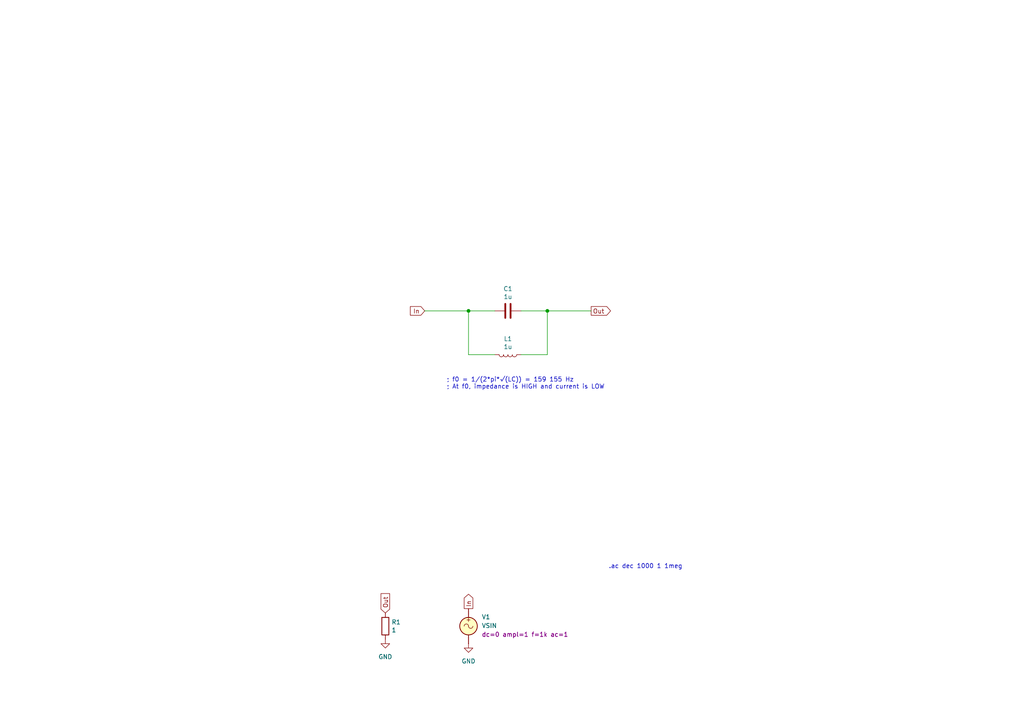
<source format=kicad_sch>
(kicad_sch (version 20231120) (generator "eeschema") (generator_version "8.0")
  (paper "A4")
  (title_block (title "LC Parallell resonance") (date "2024-05-27") (rev "2") (company "GitHub/OJStuff"))
  (lib_symbols
    (symbol "Device:C" (pin_numbers hide) (pin_names (offset 0.254))
      (property "Reference" "C" (at 0.635 2.54 0))
      (property "Value" "C" (at 0.635 -2.54 0))
      (symbol "C_0_1"
        (polyline (pts (xy -2.032 -0.762) (xy 2.032 -0.762)) (stroke (width 0.508)))
        (polyline (pts (xy -2.032 0.762) (xy 2.032 0.762)) (stroke (width 0.508)))
      )
      (symbol "C_1_1"
        (pin passive line (at 0 3.81 270) (length 2.794) (name "~") (number "1"))
        (pin passive line (at 0 -3.81 90) (length 2.794) (name "~") (number "2"))
      )
    )
    (symbol "Device:L" (pin_numbers hide) (pin_names (offset 1.016) hide)
      (property "Reference" "L" (at -1.27 0 90))
      (property "Value" "L" (at 1.905 0 90))
      (symbol "L_0_1"
        (arc (start 0 -2.54) (mid 0.6323 -1.905) (end 0 -1.27))
        (arc (start 0 -1.27) (mid 0.6323 -0.635) (end 0 0))
        (arc (start 0 0) (mid 0.6323 0.635) (end 0 1.27))
        (arc (start 0 1.27) (mid 0.6323 1.905) (end 0 2.54))
      )
      (symbol "L_1_1"
        (pin passive line (at 0 3.81 270) (length 1.27) (name "1") (number "1"))
        (pin passive line (at 0 -3.81 90) (length 1.27) (name "2") (number "2"))
      )
    )
    (symbol "Device:R" (pin_numbers hide) (pin_names (offset 0))
      (property "Reference" "R" (at 2.032 0 90))
      (property "Value" "R" (at 0 0 90))
      (symbol "R_0_1"
        (rectangle (start -1.016 -2.54) (end 1.016 2.54) (stroke (width 0.254)))
      )
      (symbol "R_1_1"
        (pin passive line (at 0 3.81 270) (length 1.27) (name "~") (number "1"))
        (pin passive line (at 0 -3.81 90) (length 1.27) (name "~") (number "2"))
      )
    )
    (symbol "Simulation_SPICE:VSIN" (pin_numbers hide) (pin_names (offset 0.0254))
      (property "Reference" "V" (at 2.54 2.54 0))
      (property "Value" "VSIN" (at 2.54 0 0))
      (property "Sim.Params" "dc=0 ampl=1 f=1k ac=1" (at 2.54 -2.54 0))
      (symbol "VSIN_0_0"
        (arc (start 0 0) (mid -0.635 0.6323) (end -1.27 0))
        (arc (start 0 0) (mid 0.635 -0.6323) (end 1.27 0))
        (text "+" (at 0 1.905 0) (effects (font (size 1.27 1.27))))
      )
      (symbol "VSIN_0_1"
        (circle (center 0 0) (radius 2.54) (stroke (width 0.254)) (fill (type background)))
      )
      (symbol "VSIN_1_1"
        (pin passive line (at 0 5.08 270) (length 2.54) (name "~") (number "1"))
        (pin passive line (at 0 -5.08 90) (length 2.54) (name "~") (number "2"))
      )
    )
    (symbol "power:GND" (power) (pin_numbers hide) (pin_names (offset 0) hide)
      (property "Value" "GND" (at 0 -3.81 0))
      (symbol "GND_0_1"
        (polyline (pts (xy 0 0) (xy 0 -1.27) (xy 1.27 -1.27) (xy 0 -2.54) (xy -1.27 -1.27) (xy 0 -1.27)))
      )
      (symbol "GND_1_1"
        (pin power_in line (at 0 0 270) (length 0) (name "~") (number "1"))
      )
    )
  )
  (junction (at 135.89 90.17))
  (junction (at 158.75 90.17))
  (wire (pts (xy 135.89 102.87) (xy 135.89 90.17)))
  (wire (pts (xy 158.75 90.17) (xy 158.75 102.87)))
  (wire (pts (xy 123.19 90.17) (xy 135.89 90.17)))
  (wire (pts (xy 135.89 90.17) (xy 143.51 90.17)))
  (wire (pts (xy 143.51 102.87) (xy 135.89 102.87)))
  (wire (pts (xy 158.75 90.17) (xy 171.45 90.17)))
  (wire (pts (xy 151.13 102.87) (xy 158.75 102.87)))
  (wire (pts (xy 151.13 90.17) (xy 158.75 90.17)))
  (text "; f0 = 1/(2*pi*√(LC)) = 159 155 Hz\n; At f0, impedance is HIGH and current is LOW" (at 129.54 113.03 0) (effects (font (size 1.27 1.27)) (justify left bottom)))
  (text ".ac dec 1000 1 1meg" (at 176.53 165.1 0) (effects (font (size 1.27 1.27)) (justify left bottom)))
  (global_label "Out" (shape output) (at 171.45 90.17 0) (property "Intersheetrefs" "${INTERSHEET_REFS}" (effects (hide yes))))
  (global_label "In" (shape input) (at 123.19 90.17 180) (property "Intersheetrefs" "${INTERSHEET_REFS}" (effects (hide yes))))
  (global_label "In" (shape output) (at 135.89 176.53 90) (property "Intersheetrefs" "${INTERSHEET_REFS}" (effects (hide yes))))
  (global_label "Out" (shape input) (at 111.76 177.8 90) (property "Intersheetrefs" "${INTERSHEET_REFS}" (effects (hide yes))))
  (symbol (lib_id "power:GND") (at 111.76 185.42 0) (unit 1)
    (property "Reference" "#PWR02" (effects (hide yes)))
    (property "Value" "GND" (at 111.76 190.5 0))
    (property "Description" "Power symbol creates a global label with name \"GND\" , ground" (effects (hide yes)))
  )
  (symbol (lib_id "Device:R") (at 111.76 181.61 0) (unit 1)
    (property "Reference" "R1" (at 113.538 180.4416 0) (effects (justify left)))
    (property "Value" "1" (at 113.538 182.753 0) (effects (justify left)))
  )
  (symbol (lib_id "Device:L") (at 147.32 102.87 270) (unit 1)
    (property "Reference" "L1" (at 147.32 98.2726 90))
    (property "Value" "1u" (at 147.32 100.584 90))
  )
  (symbol (lib_id "power:GND") (at 135.89 186.69 0) (unit 1)
    (property "Reference" "#PWR01" (effects (hide yes)))
    (property "Value" "GND" (at 135.89 191.77 0))
    (property "Description" "Power symbol creates a global label with name \"GND\" , ground" (effects (hide yes)))
  )
  (symbol (lib_id "Device:C") (at 147.32 90.17 270) (unit 1)
    (property "Reference" "C1" (at 147.32 83.7692 90))
    (property "Value" "1u" (at 147.32 86.0806 90))
  )
  (symbol (lib_id "Simulation_SPICE:VSIN") (at 135.89 181.61 0) (unit 1)
    (property "Reference" "V1" (at 139.7 178.9401 0) (effects (justify left)))
    (property "Value" "VSIN" (at 139.7 181.4801 0) (effects (justify left)))
    (property "Datasheet" "https://ngspice.sourceforge.io/docs/ngspice-html-manual/manual.xhtml#sec_Independent_Sources_for" (effects (hide yes)))
    (property "Description" "Voltage source, sinusoidal" (effects (hide yes)))
    (property "Sim.Pins" "1=+ 2=-" (effects (hide yes)))
    (property "Sim.Params" "dc=0 ampl=1 f=1k ac=1" (at 139.7 184.0201 0) (effects (justify left)))
    (property "Sim.Type" "SIN" (effects (hide yes)))
    (property "Sim.Device" "V" (effects (hide yes)))
  )
)
</source>
